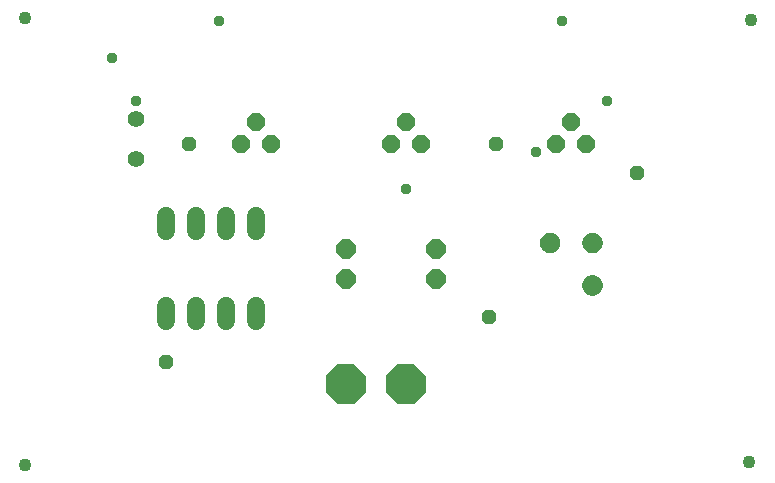
<source format=gbs>
G75*
%MOIN*%
%OFA0B0*%
%FSLAX25Y25*%
%IPPOS*%
%LPD*%
%AMOC8*
5,1,8,0,0,1.08239X$1,22.5*
%
%ADD10C,0.04343*%
%ADD11OC8,0.06400*%
%ADD12OC8,0.13200*%
%ADD13C,0.06000*%
%ADD14C,0.03346*%
%ADD15C,0.05556*%
%ADD16OC8,0.06000*%
%ADD17C,0.03778*%
%ADD18OC8,0.04762*%
D10*
X0011700Y0011900D03*
X0011700Y0160800D03*
X0253600Y0160300D03*
X0253100Y0012900D03*
D11*
X0148800Y0073800D03*
X0148800Y0083800D03*
X0118800Y0083800D03*
X0118800Y0073800D03*
D12*
X0118800Y0038800D03*
X0138800Y0038800D03*
D13*
X0088800Y0059800D02*
X0088800Y0065000D01*
X0078800Y0065000D02*
X0078800Y0059800D01*
X0068800Y0059800D02*
X0068800Y0065000D01*
X0058800Y0065000D02*
X0058800Y0059800D01*
X0058800Y0089800D02*
X0058800Y0095000D01*
X0068800Y0095000D02*
X0068800Y0089800D01*
X0078800Y0089800D02*
X0078800Y0095000D01*
X0088800Y0095000D02*
X0088800Y0089800D01*
D14*
X0185056Y0085871D02*
X0185058Y0085952D01*
X0185064Y0086034D01*
X0185074Y0086115D01*
X0185088Y0086195D01*
X0185105Y0086274D01*
X0185127Y0086353D01*
X0185152Y0086430D01*
X0185181Y0086507D01*
X0185214Y0086581D01*
X0185251Y0086654D01*
X0185290Y0086725D01*
X0185334Y0086794D01*
X0185380Y0086861D01*
X0185430Y0086925D01*
X0185483Y0086987D01*
X0185539Y0087047D01*
X0185597Y0087103D01*
X0185659Y0087157D01*
X0185723Y0087208D01*
X0185789Y0087255D01*
X0185857Y0087299D01*
X0185928Y0087340D01*
X0186000Y0087377D01*
X0186075Y0087411D01*
X0186150Y0087441D01*
X0186228Y0087467D01*
X0186306Y0087490D01*
X0186385Y0087508D01*
X0186465Y0087523D01*
X0186546Y0087534D01*
X0186627Y0087541D01*
X0186709Y0087544D01*
X0186790Y0087543D01*
X0186871Y0087538D01*
X0186952Y0087529D01*
X0187033Y0087516D01*
X0187113Y0087499D01*
X0187191Y0087479D01*
X0187269Y0087454D01*
X0187346Y0087426D01*
X0187421Y0087394D01*
X0187494Y0087359D01*
X0187565Y0087320D01*
X0187635Y0087277D01*
X0187702Y0087232D01*
X0187768Y0087183D01*
X0187830Y0087131D01*
X0187890Y0087075D01*
X0187947Y0087017D01*
X0188002Y0086957D01*
X0188053Y0086893D01*
X0188101Y0086828D01*
X0188146Y0086760D01*
X0188188Y0086690D01*
X0188226Y0086618D01*
X0188261Y0086544D01*
X0188292Y0086469D01*
X0188319Y0086392D01*
X0188342Y0086314D01*
X0188362Y0086235D01*
X0188378Y0086155D01*
X0188390Y0086074D01*
X0188398Y0085993D01*
X0188402Y0085912D01*
X0188402Y0085830D01*
X0188398Y0085749D01*
X0188390Y0085668D01*
X0188378Y0085587D01*
X0188362Y0085507D01*
X0188342Y0085428D01*
X0188319Y0085350D01*
X0188292Y0085273D01*
X0188261Y0085198D01*
X0188226Y0085124D01*
X0188188Y0085052D01*
X0188146Y0084982D01*
X0188101Y0084914D01*
X0188053Y0084849D01*
X0188002Y0084785D01*
X0187947Y0084725D01*
X0187890Y0084667D01*
X0187830Y0084611D01*
X0187768Y0084559D01*
X0187702Y0084510D01*
X0187635Y0084465D01*
X0187566Y0084422D01*
X0187494Y0084383D01*
X0187421Y0084348D01*
X0187346Y0084316D01*
X0187269Y0084288D01*
X0187191Y0084263D01*
X0187113Y0084243D01*
X0187033Y0084226D01*
X0186952Y0084213D01*
X0186871Y0084204D01*
X0186790Y0084199D01*
X0186709Y0084198D01*
X0186627Y0084201D01*
X0186546Y0084208D01*
X0186465Y0084219D01*
X0186385Y0084234D01*
X0186306Y0084252D01*
X0186228Y0084275D01*
X0186150Y0084301D01*
X0186075Y0084331D01*
X0186000Y0084365D01*
X0185928Y0084402D01*
X0185857Y0084443D01*
X0185789Y0084487D01*
X0185723Y0084534D01*
X0185659Y0084585D01*
X0185597Y0084639D01*
X0185539Y0084695D01*
X0185483Y0084755D01*
X0185430Y0084817D01*
X0185380Y0084881D01*
X0185334Y0084948D01*
X0185290Y0085017D01*
X0185251Y0085088D01*
X0185214Y0085161D01*
X0185181Y0085235D01*
X0185152Y0085312D01*
X0185127Y0085389D01*
X0185105Y0085468D01*
X0185088Y0085547D01*
X0185074Y0085627D01*
X0185064Y0085708D01*
X0185058Y0085790D01*
X0185056Y0085871D01*
X0199198Y0085871D02*
X0199200Y0085952D01*
X0199206Y0086034D01*
X0199216Y0086115D01*
X0199230Y0086195D01*
X0199247Y0086274D01*
X0199269Y0086353D01*
X0199294Y0086430D01*
X0199323Y0086507D01*
X0199356Y0086581D01*
X0199393Y0086654D01*
X0199432Y0086725D01*
X0199476Y0086794D01*
X0199522Y0086861D01*
X0199572Y0086925D01*
X0199625Y0086987D01*
X0199681Y0087047D01*
X0199739Y0087103D01*
X0199801Y0087157D01*
X0199865Y0087208D01*
X0199931Y0087255D01*
X0199999Y0087299D01*
X0200070Y0087340D01*
X0200142Y0087377D01*
X0200217Y0087411D01*
X0200292Y0087441D01*
X0200370Y0087467D01*
X0200448Y0087490D01*
X0200527Y0087508D01*
X0200607Y0087523D01*
X0200688Y0087534D01*
X0200769Y0087541D01*
X0200851Y0087544D01*
X0200932Y0087543D01*
X0201013Y0087538D01*
X0201094Y0087529D01*
X0201175Y0087516D01*
X0201255Y0087499D01*
X0201333Y0087479D01*
X0201411Y0087454D01*
X0201488Y0087426D01*
X0201563Y0087394D01*
X0201636Y0087359D01*
X0201707Y0087320D01*
X0201777Y0087277D01*
X0201844Y0087232D01*
X0201910Y0087183D01*
X0201972Y0087131D01*
X0202032Y0087075D01*
X0202089Y0087017D01*
X0202144Y0086957D01*
X0202195Y0086893D01*
X0202243Y0086828D01*
X0202288Y0086760D01*
X0202330Y0086690D01*
X0202368Y0086618D01*
X0202403Y0086544D01*
X0202434Y0086469D01*
X0202461Y0086392D01*
X0202484Y0086314D01*
X0202504Y0086235D01*
X0202520Y0086155D01*
X0202532Y0086074D01*
X0202540Y0085993D01*
X0202544Y0085912D01*
X0202544Y0085830D01*
X0202540Y0085749D01*
X0202532Y0085668D01*
X0202520Y0085587D01*
X0202504Y0085507D01*
X0202484Y0085428D01*
X0202461Y0085350D01*
X0202434Y0085273D01*
X0202403Y0085198D01*
X0202368Y0085124D01*
X0202330Y0085052D01*
X0202288Y0084982D01*
X0202243Y0084914D01*
X0202195Y0084849D01*
X0202144Y0084785D01*
X0202089Y0084725D01*
X0202032Y0084667D01*
X0201972Y0084611D01*
X0201910Y0084559D01*
X0201844Y0084510D01*
X0201777Y0084465D01*
X0201708Y0084422D01*
X0201636Y0084383D01*
X0201563Y0084348D01*
X0201488Y0084316D01*
X0201411Y0084288D01*
X0201333Y0084263D01*
X0201255Y0084243D01*
X0201175Y0084226D01*
X0201094Y0084213D01*
X0201013Y0084204D01*
X0200932Y0084199D01*
X0200851Y0084198D01*
X0200769Y0084201D01*
X0200688Y0084208D01*
X0200607Y0084219D01*
X0200527Y0084234D01*
X0200448Y0084252D01*
X0200370Y0084275D01*
X0200292Y0084301D01*
X0200217Y0084331D01*
X0200142Y0084365D01*
X0200070Y0084402D01*
X0199999Y0084443D01*
X0199931Y0084487D01*
X0199865Y0084534D01*
X0199801Y0084585D01*
X0199739Y0084639D01*
X0199681Y0084695D01*
X0199625Y0084755D01*
X0199572Y0084817D01*
X0199522Y0084881D01*
X0199476Y0084948D01*
X0199432Y0085017D01*
X0199393Y0085088D01*
X0199356Y0085161D01*
X0199323Y0085235D01*
X0199294Y0085312D01*
X0199269Y0085389D01*
X0199247Y0085468D01*
X0199230Y0085547D01*
X0199216Y0085627D01*
X0199206Y0085708D01*
X0199200Y0085790D01*
X0199198Y0085871D01*
X0199198Y0071729D02*
X0199200Y0071810D01*
X0199206Y0071892D01*
X0199216Y0071973D01*
X0199230Y0072053D01*
X0199247Y0072132D01*
X0199269Y0072211D01*
X0199294Y0072288D01*
X0199323Y0072365D01*
X0199356Y0072439D01*
X0199393Y0072512D01*
X0199432Y0072583D01*
X0199476Y0072652D01*
X0199522Y0072719D01*
X0199572Y0072783D01*
X0199625Y0072845D01*
X0199681Y0072905D01*
X0199739Y0072961D01*
X0199801Y0073015D01*
X0199865Y0073066D01*
X0199931Y0073113D01*
X0199999Y0073157D01*
X0200070Y0073198D01*
X0200142Y0073235D01*
X0200217Y0073269D01*
X0200292Y0073299D01*
X0200370Y0073325D01*
X0200448Y0073348D01*
X0200527Y0073366D01*
X0200607Y0073381D01*
X0200688Y0073392D01*
X0200769Y0073399D01*
X0200851Y0073402D01*
X0200932Y0073401D01*
X0201013Y0073396D01*
X0201094Y0073387D01*
X0201175Y0073374D01*
X0201255Y0073357D01*
X0201333Y0073337D01*
X0201411Y0073312D01*
X0201488Y0073284D01*
X0201563Y0073252D01*
X0201636Y0073217D01*
X0201707Y0073178D01*
X0201777Y0073135D01*
X0201844Y0073090D01*
X0201910Y0073041D01*
X0201972Y0072989D01*
X0202032Y0072933D01*
X0202089Y0072875D01*
X0202144Y0072815D01*
X0202195Y0072751D01*
X0202243Y0072686D01*
X0202288Y0072618D01*
X0202330Y0072548D01*
X0202368Y0072476D01*
X0202403Y0072402D01*
X0202434Y0072327D01*
X0202461Y0072250D01*
X0202484Y0072172D01*
X0202504Y0072093D01*
X0202520Y0072013D01*
X0202532Y0071932D01*
X0202540Y0071851D01*
X0202544Y0071770D01*
X0202544Y0071688D01*
X0202540Y0071607D01*
X0202532Y0071526D01*
X0202520Y0071445D01*
X0202504Y0071365D01*
X0202484Y0071286D01*
X0202461Y0071208D01*
X0202434Y0071131D01*
X0202403Y0071056D01*
X0202368Y0070982D01*
X0202330Y0070910D01*
X0202288Y0070840D01*
X0202243Y0070772D01*
X0202195Y0070707D01*
X0202144Y0070643D01*
X0202089Y0070583D01*
X0202032Y0070525D01*
X0201972Y0070469D01*
X0201910Y0070417D01*
X0201844Y0070368D01*
X0201777Y0070323D01*
X0201708Y0070280D01*
X0201636Y0070241D01*
X0201563Y0070206D01*
X0201488Y0070174D01*
X0201411Y0070146D01*
X0201333Y0070121D01*
X0201255Y0070101D01*
X0201175Y0070084D01*
X0201094Y0070071D01*
X0201013Y0070062D01*
X0200932Y0070057D01*
X0200851Y0070056D01*
X0200769Y0070059D01*
X0200688Y0070066D01*
X0200607Y0070077D01*
X0200527Y0070092D01*
X0200448Y0070110D01*
X0200370Y0070133D01*
X0200292Y0070159D01*
X0200217Y0070189D01*
X0200142Y0070223D01*
X0200070Y0070260D01*
X0199999Y0070301D01*
X0199931Y0070345D01*
X0199865Y0070392D01*
X0199801Y0070443D01*
X0199739Y0070497D01*
X0199681Y0070553D01*
X0199625Y0070613D01*
X0199572Y0070675D01*
X0199522Y0070739D01*
X0199476Y0070806D01*
X0199432Y0070875D01*
X0199393Y0070946D01*
X0199356Y0071019D01*
X0199323Y0071093D01*
X0199294Y0071170D01*
X0199269Y0071247D01*
X0199247Y0071326D01*
X0199230Y0071405D01*
X0199216Y0071485D01*
X0199206Y0071566D01*
X0199200Y0071648D01*
X0199198Y0071729D01*
D15*
X0048800Y0113800D03*
X0048800Y0127186D03*
D16*
X0083800Y0118800D03*
X0093800Y0118800D03*
X0088800Y0126300D03*
X0133800Y0118800D03*
X0143800Y0118800D03*
X0138800Y0126300D03*
X0188800Y0118800D03*
X0198800Y0118800D03*
X0193800Y0126300D03*
D17*
X0205675Y0133175D03*
X0181925Y0116300D03*
X0138800Y0103800D03*
X0190675Y0160050D03*
X0076300Y0160050D03*
X0040675Y0147550D03*
X0048800Y0133175D03*
D18*
X0066300Y0118800D03*
X0166300Y0061300D03*
X0215600Y0109200D03*
X0168800Y0118800D03*
X0058800Y0046300D03*
M02*

</source>
